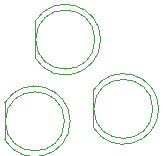
<source format=gto>
%TF.GenerationSoftware,KiCad,Pcbnew,(5.1.8)-1*%
%TF.CreationDate,2020-12-24T12:29:03-03:00*%
%TF.ProjectId,christmasornament,63687269-7374-46d6-9173-6f726e616d65,rev?*%
%TF.SameCoordinates,Original*%
%TF.FileFunction,Legend,Top*%
%TF.FilePolarity,Positive*%
%FSLAX46Y46*%
G04 Gerber Fmt 4.6, Leading zero omitted, Abs format (unit mm)*
G04 Created by KiCad (PCBNEW (5.1.8)-1) date 2020-12-24 12:29:03*
%MOMM*%
%LPD*%
G01*
G04 APERTURE LIST*
%ADD10C,0.120000*%
G04 APERTURE END LIST*
D10*
%TO.C,D3*%
X29260000Y32155000D02*
X29260000Y29065000D01*
X34320000Y30610000D02*
G75*
G03*
X34320000Y30610000I-2500000J0D01*
G01*
X34810000Y30609538D02*
G75*
G03*
X29260000Y32154830I-2990000J462D01*
G01*
X34810000Y30610462D02*
G75*
G02*
X29260000Y29065170I-2990000J-462D01*
G01*
%TO.C,D1*%
X32230000Y23690462D02*
G75*
G02*
X26680000Y22145170I-2990000J-462D01*
G01*
X32230000Y23689538D02*
G75*
G03*
X26680000Y25234830I-2990000J462D01*
G01*
X31740000Y23690000D02*
G75*
G03*
X31740000Y23690000I-2500000J0D01*
G01*
X26680000Y25235000D02*
X26680000Y22145000D01*
%TO.C,D2*%
X34170000Y26285000D02*
X34170000Y23195000D01*
X39230000Y24740000D02*
G75*
G03*
X39230000Y24740000I-2500000J0D01*
G01*
X39720000Y24739538D02*
G75*
G03*
X34170000Y26284830I-2990000J462D01*
G01*
X39720000Y24740462D02*
G75*
G02*
X34170000Y23195170I-2990000J-462D01*
G01*
%TD*%
M02*

</source>
